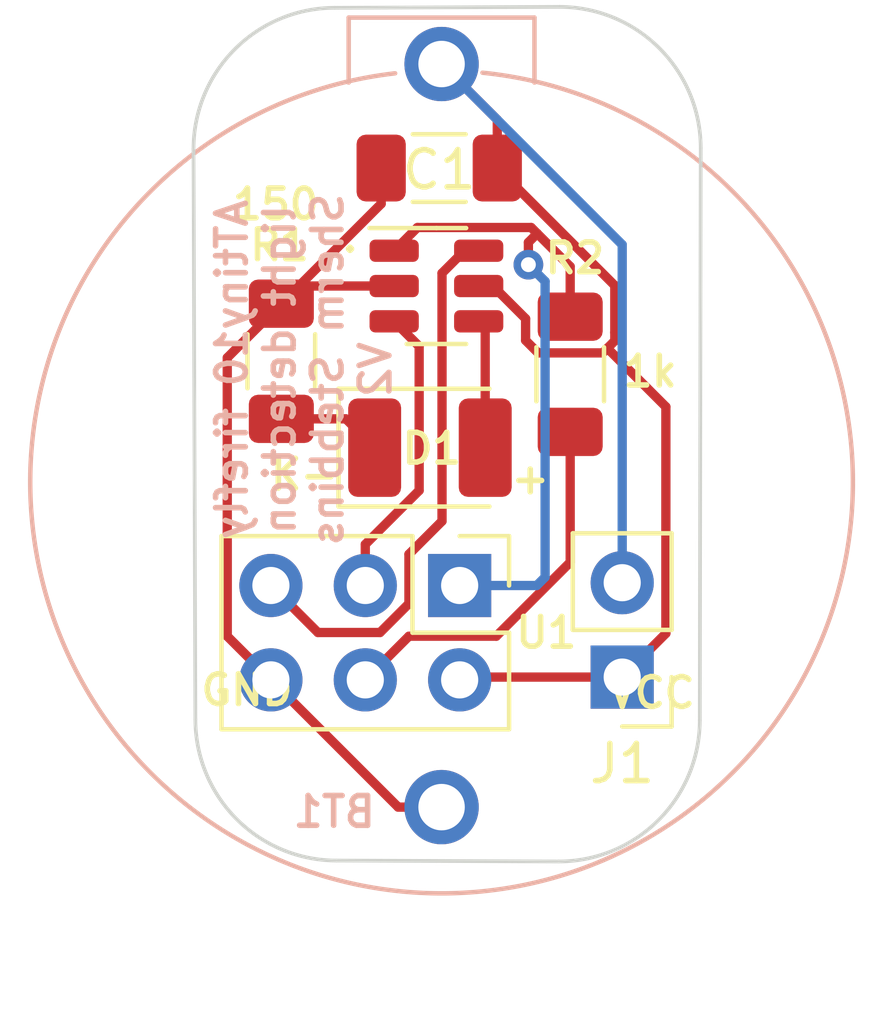
<source format=kicad_pcb>
(kicad_pcb (version 20221018) (generator pcbnew)
  (layers (0 "F.Cu" signal) (31 "B.Cu" signal) (34 "B.Paste" user) (35 "F.Paste" user) (36 "B.SilkS" user "B.Silkscreen") (37 "F.SilkS" user "F.Silkscreen") (38 "B.Mask" user) (39 "F.Mask" user) (44 "Edge.Cuts" user))
  (net 0 "")
  (net 1 "VCC")
  (net 2 "GND")
  (net 3 "Net-(D1-K)")
  (net 4 "Net-(D1-A)")
  (net 5 "Net-(U1-MISO-PB0)")
  (net 6 "Net-(U1-MOSI)")
  (net 7 "Net-(U1-SCK-PB1)")
  (net 8 "Net-(U1-~{RST-PB3})")
  (net 9 "Net-(BT1-+)")
  (footprint "LED_SMD:LED_1210_3225Metric_Pad1.42x2.65mm_HandSolder" (layer "F.Cu") (at 137.875 72.5)
    (fp_text reference "D1" (at 0.05 0.025) (layer "F.SilkS") (effects (font (size 0.8 0.8))))
    (fp_text value "LED")
    (fp_line (start -2.46 -1.585) (end -2.46 1.585) (stroke (width 0.12)) (layer "F.SilkS"))
    (fp_line (start -2.46 1.585) (end 1.6 1.585) (stroke (width 0.12)) (layer "F.SilkS"))
    (fp_line (start 1.6 -1.585) (end -2.46 -1.585) (stroke (width 0.12)) (layer "F.SilkS"))
    (pad "1" smd roundrect (at -1.4875 0) (size 1.425 2.65) (layers "F.Cu" "F.Paste" "F.Mask") (roundrect_rratio 0.175439) (net 3 "Net-(D1-K)"))
    (pad "2" smd roundrect (at 1.4875 0) (size 1.425 2.65) (layers "F.Cu" "F.Paste" "F.Mask") (roundrect_rratio 0.175439) (net 4 "Net-(D1-A)"))
  )
  (footprint "Connector_PinHeader_2.54mm:PinHeader_1x02_P2.54mm_Vertical" (layer "F.Cu") (at 143.05 78.675 180)
    (fp_text reference "J1" (at 0 -2.33) (layer "F.SilkS"))
    (fp_text value "Conn_01x02_Pin")
    (fp_line (start -1.33 -1.33) (end 0 -1.33) (stroke (width 0.12)) (layer "F.SilkS"))
    (fp_line (start -1.33 0) (end -1.33 -1.33) (stroke (width 0.12)) (layer "F.SilkS"))
    (fp_line (start -1.33 1.27) (end -1.33 3.87) (stroke (width 0.12)) (layer "F.SilkS"))
    (fp_line (start -1.33 1.27) (end 1.33 1.27) (stroke (width 0.12)) (layer "F.SilkS"))
    (fp_line (start -1.33 3.87) (end 1.33 3.87) (stroke (width 0.12)) (layer "F.SilkS"))
    (fp_line (start 1.33 1.27) (end 1.33 3.87) (stroke (width 0.12)) (layer "F.SilkS"))
    (pad "1" thru_hole rect (at 0 0 180) (size 1.7 1.7) (drill 1) (layers "*.Cu" "*.Mask") (net 1 "VCC"))
    (pad "2" thru_hole oval (at 0 2.54 180) (size 1.7 1.7) (drill 1) (layers "*.Cu" "*.Mask") (net 9 "Net-(BT1-+)"))
  )
  (footprint "Resistor_SMD:R_1206_3216Metric_Pad1.30x1.75mm_HandSolder" (layer "F.Cu") (at 133.875 70.175 90)
    (fp_text reference "R1" (at 3.125 -0.05 180) (layer "F.SilkS") (effects (font (size 0.8 0.8))))
    (fp_text value "R")
    (fp_line (start -0.727064 -0.91) (end 0.727064 -0.91) (stroke (width 0.12)) (layer "F.SilkS"))
    (fp_line (start -0.727064 0.91) (end 0.727064 0.91) (stroke (width 0.12)) (layer "F.SilkS"))
    (pad "1" smd roundrect (at -1.55 0 90) (size 1.3 1.75) (layers "F.Cu" "F.Paste" "F.Mask") (roundrect_rratio 0.192308) (net 3 "Net-(D1-K)"))
    (pad "2" smd roundrect (at 1.55 0 90) (size 1.3 1.75) (layers "F.Cu" "F.Paste" "F.Mask") (roundrect_rratio 0.192308) (net 2 "GND"))
  )
  (footprint "Connector_PinHeader_2.54mm:PinHeader_2x03_P2.54mm_Vertical" (layer "F.Cu") (at 138.675 76.21 -90)
    (fp_text reference "U1" (at 1.27 -2.33 180) (layer "F.SilkS") (effects (font (size 0.8 0.8))))
    (fp_text value "ATtiny10-ISP")
    (fp_line (start -1.33 -1.33) (end 0 -1.33) (stroke (width 0.12)) (layer "F.SilkS"))
    (fp_line (start -1.33 0) (end -1.33 -1.33) (stroke (width 0.12)) (layer "F.SilkS"))
    (fp_line (start -1.33 1.27) (end -1.33 6.41) (stroke (width 0.12)) (layer "F.SilkS"))
    (fp_line (start -1.33 1.27) (end 1.27 1.27) (stroke (width 0.12)) (layer "F.SilkS"))
    (fp_line (start -1.33 6.41) (end 3.87 6.41) (stroke (width 0.12)) (layer "F.SilkS"))
    (fp_line (start 1.27 -1.33) (end 3.87 -1.33) (stroke (width 0.12)) (layer "F.SilkS"))
    (fp_line (start 1.27 1.27) (end 1.27 -1.33) (stroke (width 0.12)) (layer "F.SilkS"))
    (fp_line (start 3.87 -1.33) (end 3.87 6.41) (stroke (width 0.12)) (layer "F.SilkS"))
    (pad "1" thru_hole rect (at 0 0 270) (size 1.7 1.7) (drill 1) (layers "*.Cu" "*.Mask") (net 5 "Net-(U1-MISO-PB0)"))
    (pad "2" thru_hole oval (at 2.54 0 270) (size 1.7 1.7) (drill 1) (layers "*.Cu" "*.Mask") (net 1 "VCC"))
    (pad "3" thru_hole oval (at 0 2.54 270) (size 1.7 1.7) (drill 1) (layers "*.Cu" "*.Mask") (net 7 "Net-(U1-SCK-PB1)"))
    (pad "4" thru_hole oval (at 2.54 2.54 270) (size 1.7 1.7) (drill 1) (layers "*.Cu" "*.Mask") (net 6 "Net-(U1-MOSI)"))
    (pad "5" thru_hole oval (at 0 5.08 270) (size 1.7 1.7) (drill 1) (layers "*.Cu" "*.Mask") (net 8 "Net-(U1-~{RST-PB3})"))
    (pad "6" thru_hole oval (at 2.54 5.08 270) (size 1.7 1.7) (drill 1) (layers "*.Cu" "*.Mask") (net 2 "GND"))
  )
  (footprint "Resistor_SMD:R_1206_3216Metric_Pad1.30x1.75mm_HandSolder" (layer "F.Cu") (at 141.65 70.525 -90)
    (fp_text reference "R2" (at -3.125 -0.125 180) (layer "F.SilkS") (effects (font (size 0.8 0.8))))
    (fp_text value "R")
    (fp_line (start -0.727064 -0.91) (end 0.727064 -0.91) (stroke (width 0.12)) (layer "F.SilkS"))
    (fp_line (start -0.727064 0.91) (end 0.727064 0.91) (stroke (width 0.12)) (layer "F.SilkS"))
    (pad "1" smd roundrect (at -1.55 0 270) (size 1.3 1.75) (layers "F.Cu" "F.Paste" "F.Mask") (roundrect_rratio 0.192308) (net 5 "Net-(U1-MISO-PB0)"))
    (pad "2" smd roundrect (at 1.55 0 270) (size 1.3 1.75) (layers "F.Cu" "F.Paste" "F.Mask") (roundrect_rratio 0.192308) (net 6 "Net-(U1-MOSI)"))
  )
  (footprint "Package_TO_SOT_SMD:SOT-23-6" (layer "F.Cu") (at 138.05 68.15)
    (fp_text reference "." (at -2.325 -1.325) (layer "F.SilkS") (effects (font (size 0.8 0.8))))
    (fp_text value "ATtiny10-TS")
    (fp_line (start 0 -1.56) (end -1.8 -1.56) (stroke (width 0.12)) (layer "F.SilkS"))
    (fp_line (start 0 -1.56) (end 0.8 -1.56) (stroke (width 0.12)) (layer "F.SilkS"))
    (fp_line (start 0 1.56) (end -0.8 1.56) (stroke (width 0.12)) (layer "F.SilkS"))
    (fp_line (start 0 1.56) (end 0.8 1.56) (stroke (width 0.12)) (layer "F.SilkS"))
    (pad "1" smd roundrect (at -1.1375 -0.95) (size 1.325 0.6) (layers "F.Cu" "F.Paste" "F.Mask") (net 5 "Net-(U1-MISO-PB0)"))
    (pad "2" smd roundrect (at -1.1375 0) (size 1.325 0.6) (layers "F.Cu" "F.Paste" "F.Mask") (net 2 "GND"))
    (pad "3" smd roundrect (at -1.1375 0.95) (size 1.325 0.6) (layers "F.Cu" "F.Paste" "F.Mask") (net 7 "Net-(U1-SCK-PB1)"))
    (pad "4" smd roundrect (at 1.1375 0.95) (size 1.325 0.6) (layers "F.Cu" "F.Paste" "F.Mask") (net 4 "Net-(D1-A)"))
    (pad "5" smd roundrect (at 1.1375 0) (size 1.325 0.6) (layers "F.Cu" "F.Paste" "F.Mask") (net 1 "VCC"))
    (pad "6" smd roundrect (at 1.1375 -0.95) (size 1.325 0.6) (layers "F.Cu" "F.Paste" "F.Mask") (net 8 "Net-(U1-~{RST-PB3})"))
  )
  (footprint "Capacitor_SMD:C_1206_3216Metric_Pad1.33x1.80mm_HandSolder" (layer "F.Cu") (at 138.125 64.975 180)
    (fp_text reference "C1" (at 0 -0.05) (layer "F.SilkS"))
    (fp_text value "C")
    (fp_line (start -0.711252 -0.91) (end 0.711252 -0.91) (stroke (width 0.12)) (layer "F.SilkS"))
    (fp_line (start -0.711252 0.91) (end 0.711252 0.91) (stroke (width 0.12)) (layer "F.SilkS"))
    (pad "1" smd roundrect (at -1.5625 0 180) (size 1.325 1.8) (layers "F.Cu" "F.Paste" "F.Mask") (roundrect_rratio 0.188679) (net 1 "VCC"))
    (pad "2" smd roundrect (at 1.5625 0 180) (size 1.325 1.8) (layers "F.Cu" "F.Paste" "F.Mask") (roundrect_rratio 0.188679) (net 2 "GND"))
  )
  (footprint "++Sherms-Custom-Libs:CR2032-Battery-20mm-2pin-Dip" (layer "B.Cu") (at 138.188295 83.425 180)
    (fp_text reference "BT1" (at 2.886705 1.125) (layer "B.SilkS") (effects (font (size 0.8 0.8)) (justify mirror)))
    (fp_text value "Battery_Cell")
    (fp_line (start -2.5 22.5) (end -2.5 20.75) (stroke (width 0.12)) (layer "B.SilkS"))
    (fp_line (start 2.5 20.75) (end 2.5 22.5) (stroke (width 0.12)) (layer "B.SilkS"))
    (fp_line (start 2.5 22.5) (end -2.5 22.5) (stroke (width 0.12)) (layer "B.SilkS"))
    (fp_arc (start -1.101585 21.015852) (mid -0.074632 -1.070543) (end 1.25 20.999999) (stroke (width 0.12)) (layer "B.SilkS"))
    (pad "1" thru_hole circle (at 0 21.25 180) (size 2 2) (drill 1.25) (layers "*.Cu" "*.Mask") (net 9 "Net-(BT1-+)"))
    (pad "2" thru_hole circle (at 0 1.25 180) (size 2 2) (drill 1.25) (layers "*.Cu" "*.Mask") (net 2 "GND"))
  )
  (gr_line (start 131.512006 64.462006) (end 131.562006 79.812994) (stroke (width 0.1)) (layer "Edge.Cuts"))
  (gr_line (start 135.362006 83.612994) (end 141.337994 83.637994) (stroke (width 0.1)) (layer "Edge.Cuts"))
  (gr_line (start 135.312006 60.662006) (end 141.362994 60.637006) (stroke (width 0.1)) (layer "Edge.Cuts"))
  (gr_arc (start 131.512006 64.462006) (mid 132.625 61.775) (end 135.312006 60.662006) (stroke (width 0.1)) (layer "Edge.Cuts"))
  (gr_arc (start 135.362006 83.612994) (mid 132.675 82.5) (end 131.562006 79.812994) (stroke (width 0.1)) (layer "Edge.Cuts"))
  (gr_line (start 145.162994 64.437006) (end 145.137994 79.837994) (stroke (width 0.1)) (layer "Edge.Cuts"))
  (gr_arc (start 141.362994 60.637006) (mid 144.05 61.75) (end 145.162994 64.437006) (stroke (width 0.1)) (layer "Edge.Cuts"))
  (gr_arc (start 145.137994 79.837994) (mid 144.025 82.525) (end 141.337994 83.637994) (stroke (width 0.1)) (layer "Edge.Cuts"))
  (gr_text "ATtiny10 firefly\nlight detection\nSherm Stebbins\nV2" (at 134.475 70.4 90) (layer "B.SilkS") (effects (font (size 0.8 0.8)) (justify mirror)))
  (gr_text "+" (at 140.575 73.325) (layer "F.SilkS") (effects (font (size 0.8 0.8))))
  (gr_text "VCC" (at 143.85 79.1) (layer "F.SilkS") (effects (font (size 0.8 0.8))))
  (gr_text "GND" (at 132.95 79.025) (layer "F.SilkS") (effects (font (size 0.8 0.8))))
  (gr_text "K-" (at 134.5 73.225) (layer "F.SilkS") (effects (font (size 0.8 0.8))))
  (gr_text "1k" (at 143.8 70.45) (layer "F.SilkS") (effects (font (size 0.8 0.8))))
  (gr_text "150" (at 133.725 65.95) (layer "F.SilkS") (effects (font (size 0.8 0.8))))
  (segment (start 139.6875 64.975) (end 139.6875 63.674205) (width 0.25) (layer "F.Cu") (net 1))
  (segment (start 144.225 77.5) (end 144.225 71.4) (width 0.25) (layer "F.Cu") (net 1))
  (segment (start 142.525 69.95) (end 142.65 69.825) (width 0.25) (layer "F.Cu") (net 1))
  (segment (start 144.225 71.4) (end 142.65 69.825) (width 0.25) (layer "F.Cu") (net 1))
  (segment (start 140.786827 69.95) (end 142.525 69.95) (width 0.25) (layer "F.Cu") (net 1))
  (segment (start 142.85 68.1375) (end 139.6875 64.975) (width 0.25) (layer "F.Cu") (net 1))
  (segment (start 140.45 69.613173) (end 140.786827 69.95) (width 0.25) (layer "F.Cu") (net 1))
  (segment (start 138.75 78.675) (end 138.675 78.75) (width 0.25) (layer "F.Cu") (net 1))
  (segment (start 139.6875 63.674205) (end 138.188295 62.175) (width 0.25) (layer "F.Cu") (net 1))
  (segment (start 142.85 69.625) (end 142.85 69.4) (width 0.25) (layer "F.Cu") (net 1))
  (segment (start 142.65 69.825) (end 142.85 69.625) (width 0.25) (layer "F.Cu") (net 1))
  (segment (start 143.05 78.675) (end 138.75 78.675) (width 0.25) (layer "F.Cu") (net 1))
  (segment (start 139.571751 68.15) (end 140.45 69.028249) (width 0.25) (layer "F.Cu") (net 1))
  (segment (start 143.05 78.675) (end 144.225 77.5) (width 0.25) (layer "F.Cu") (net 1))
  (segment (start 142.85 69.4) (end 142.85 68.1375) (width 0.25) (layer "F.Cu") (net 1))
  (segment (start 139.1875 68.15) (end 139.571751 68.15) (width 0.25) (layer "F.Cu") (net 1))
  (segment (start 140.45 69.028249) (end 140.45 69.613173) (width 0.25) (layer "F.Cu") (net 1))
  (segment (start 133.875 68.625) (end 132.42 70.08) (width 0.25) (layer "F.Cu") (net 2))
  (segment (start 133.875 68.625) (end 136.5625 65.9375) (width 0.25) (layer "F.Cu") (net 2))
  (segment (start 136.9125 68.15) (end 134.35 68.15) (width 0.25) (layer "F.Cu") (net 2))
  (segment (start 136.5625 65.9375) (end 136.5625 64.975) (width 0.25) (layer "F.Cu") (net 2))
  (segment (start 133.595 78.75) (end 137.02 82.175) (width 0.25) (layer "F.Cu") (net 2))
  (segment (start 134.35 68.15) (end 133.875 68.625) (width 0.25) (layer "F.Cu") (net 2))
  (segment (start 132.42 70.08) (end 132.42 77.575) (width 0.25) (layer "F.Cu") (net 2))
  (segment (start 132.42 77.575) (end 133.595 78.75) (width 0.25) (layer "F.Cu") (net 2))
  (segment (start 137.02 82.175) (end 138.188295 82.175) (width 0.25) (layer "F.Cu") (net 2))
  (segment (start 133.875 71.725) (end 135.6125 71.725) (width 0.25) (layer "F.Cu") (net 3))
  (segment (start 135.6125 71.725) (end 136.3875 72.5) (width 0.25) (layer "F.Cu") (net 3))
  (segment (start 139.3625 69.275) (end 139.1875 69.1) (width 0.25) (layer "F.Cu") (net 4))
  (segment (start 139.3625 72.5) (end 139.3625 69.275) (width 0.25) (layer "F.Cu") (net 4))
  (segment (start 141.65 67.625) (end 141.65 68.975) (width 0.25) (layer "F.Cu") (net 5))
  (segment (start 137.5375 66.575) (end 140.6 66.575) (width 0.25) (layer "F.Cu") (net 5))
  (segment (start 140.525 66.975) (end 140.7625 66.7375) (width 0.25) (layer "F.Cu") (net 5))
  (segment (start 136.9125 67.2) (end 137.5375 66.575) (width 0.25) (layer "F.Cu") (net 5))
  (segment (start 140.525 67.575) (end 140.525 66.975) (width 0.25) (layer "F.Cu") (net 5))
  (segment (start 140.6 66.575) (end 140.7625 66.7375) (width 0.25) (layer "F.Cu") (net 5))
  (segment (start 140.7625 66.7375) (end 141.65 67.625) (width 0.25) (layer "F.Cu") (net 5))
  (via (at 140.525 67.575) (size 0.8) (drill 0.4) (layers "F.Cu" "B.Cu") (net 5))
  (segment (start 140.525 67.575) (end 140.975 68.025) (width 0.25) (layer "B.Cu") (net 5))
  (segment (start 140.75 76.21) (end 138.675 76.21) (width 0.25) (layer "B.Cu") (net 5))
  (segment (start 140.975 75.985) (end 140.75 76.21) (width 0.25) (layer "B.Cu") (net 5))
  (segment (start 140.975 68.025) (end 140.975 75.985) (width 0.25) (layer "B.Cu") (net 5))
  (segment (start 141.65 72.075) (end 142.15 72.575) (width 0.25) (layer "F.Cu") (net 6))
  (segment (start 139.66 77.575) (end 137.31 77.575) (width 0.25) (layer "F.Cu") (net 6))
  (segment (start 141.65 72.075) (end 141.65 75.585) (width 0.25) (layer "F.Cu") (net 6))
  (segment (start 137.31 77.575) (end 136.135 78.75) (width 0.25) (layer "F.Cu") (net 6))
  (segment (start 141.65 75.585) (end 139.66 77.575) (width 0.25) (layer "F.Cu") (net 6))
  (segment (start 137.585 69.7725) (end 136.9125 69.1) (width 0.25) (layer "F.Cu") (net 7))
  (segment (start 136.135 75.103172) (end 137.585 73.653172) (width 0.25) (layer "F.Cu") (net 7))
  (segment (start 137.585 73.653172) (end 137.585 69.7725) (width 0.25) (layer "F.Cu") (net 7))
  (segment (start 136.135 76.21) (end 136.135 75.103172) (width 0.25) (layer "F.Cu") (net 7))
  (segment (start 134.86 77.475) (end 133.595 76.21) (width 0.25) (layer "F.Cu") (net 8))
  (segment (start 138.2 67.803249) (end 138.2 74.478299) (width 0.25) (layer "F.Cu") (net 8))
  (segment (start 138.2 74.478299) (end 137.31 75.368299) (width 0.25) (layer "F.Cu") (net 8))
  (segment (start 137.31 75.368299) (end 137.31 76.696701) (width 0.25) (layer "F.Cu") (net 8))
  (segment (start 136.531701 77.475) (end 134.86 77.475) (width 0.25) (layer "F.Cu") (net 8))
  (segment (start 137.31 76.696701) (end 136.531701 77.475) (width 0.25) (layer "F.Cu") (net 8))
  (segment (start 139.1875 67.2) (end 138.803249 67.2) (width 0.25) (layer "F.Cu") (net 8))
  (segment (start 138.803249 67.2) (end 138.2 67.803249) (width 0.25) (layer "F.Cu") (net 8))
  (segment (start 143.05 67.036705) (end 138.188295 62.175) (width 0.25) (layer "B.Cu") (net 9))
  (segment (start 143.05 76.135) (end 143.05 67.036705) (width 0.25) (layer "B.Cu") (net 9))
)
</source>
